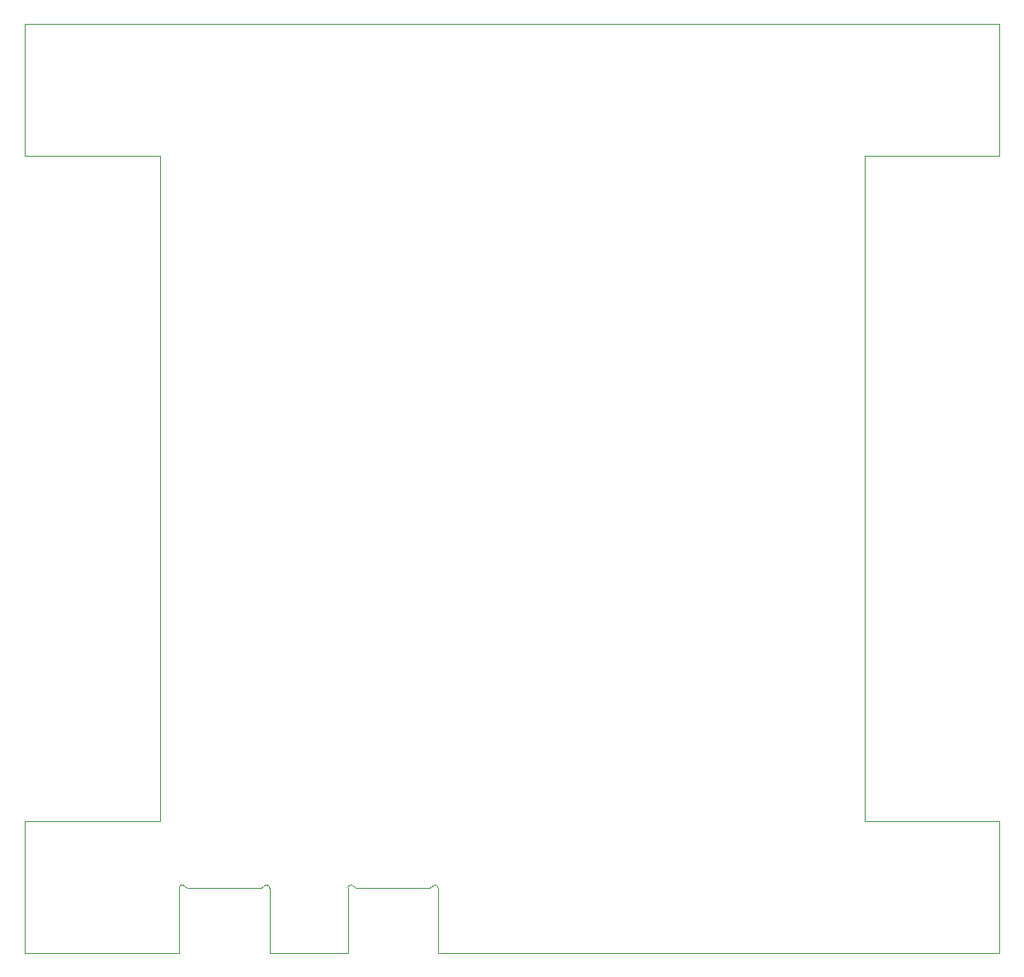
<source format=gbr>
%TF.GenerationSoftware,KiCad,Pcbnew,(6.0.4-0)*%
%TF.CreationDate,2023-02-13T16:26:13-08:00*%
%TF.ProjectId,v2a-power-board-4,7632612d-706f-4776-9572-2d626f617264,rev?*%
%TF.SameCoordinates,Original*%
%TF.FileFunction,Profile,NP*%
%FSLAX46Y46*%
G04 Gerber Fmt 4.6, Leading zero omitted, Abs format (unit mm)*
G04 Created by KiCad (PCBNEW (6.0.4-0)) date 2023-02-13 16:26:13*
%MOMM*%
%LPD*%
G01*
G04 APERTURE LIST*
%TA.AperFunction,Profile*%
%ADD10C,0.100000*%
%TD*%
%TA.AperFunction,Profile*%
%ADD11C,0.010000*%
%TD*%
G04 APERTURE END LIST*
D10*
X148400000Y-48975000D02*
X162250000Y-48975000D01*
X76100000Y-117342500D02*
X62250000Y-117342500D01*
X78105000Y-130892500D02*
X62250000Y-130892500D01*
X76100000Y-48975000D02*
X62250000Y-48975000D01*
X148400000Y-35425000D02*
X76100000Y-35425000D01*
X148400000Y-48975000D02*
X148400000Y-48975000D01*
X162250000Y-118017500D02*
X162250000Y-117342500D01*
X162250000Y-36100000D02*
X162250000Y-35425000D01*
X148400000Y-35425000D02*
X162250000Y-35425000D01*
X148400000Y-48975000D02*
X148400000Y-48975000D01*
X62250000Y-48300000D02*
X62250000Y-48975000D01*
X62250000Y-117342500D02*
X62250000Y-130217500D01*
X62250000Y-130217500D02*
X62250000Y-130892500D01*
X162250000Y-48975000D02*
X162250000Y-36100000D01*
X148400000Y-130892500D02*
X162250000Y-130892500D01*
X104645000Y-130892500D02*
X148400000Y-130892500D01*
X76100000Y-48975000D02*
X76100000Y-117350000D01*
X148400000Y-117342500D02*
X162250000Y-117342500D01*
X76100000Y-35425000D02*
X62250000Y-35425000D01*
X162250000Y-130892500D02*
X162250000Y-118017500D01*
X87345000Y-130892500D02*
X95405000Y-130892500D01*
X62250000Y-35425000D02*
X62250000Y-48300000D01*
X148400000Y-117350000D02*
X148400000Y-48975000D01*
D11*
%TO.C,J1*%
X87345000Y-130892500D02*
X87345000Y-124192500D01*
X78105000Y-130892500D02*
X78105000Y-124192500D01*
X78924620Y-124192500D02*
X86525380Y-124192500D01*
X78664808Y-124042500D02*
G75*
G03*
X78105000Y-124192500I-259808J-149999D01*
G01*
X87345002Y-124192499D02*
G75*
G03*
X86785190Y-124042500I-300002J-1D01*
G01*
X86525380Y-124192485D02*
G75*
G03*
X86785190Y-124042500I20J299985D01*
G01*
X78664809Y-124042500D02*
G75*
G03*
X78924620Y-124192500I259806J149997D01*
G01*
%TO.C,J2*%
X104645000Y-130892500D02*
X104645000Y-124192500D01*
X96224620Y-124192500D02*
X103825380Y-124192500D01*
X95405000Y-130892500D02*
X95405000Y-124192500D01*
X104645002Y-124192499D02*
G75*
G03*
X104085190Y-124042500I-300002J-1D01*
G01*
X95964808Y-124042500D02*
G75*
G03*
X95405000Y-124192500I-259808J-149999D01*
G01*
X95964809Y-124042500D02*
G75*
G03*
X96224620Y-124192500I259806J149997D01*
G01*
X103825380Y-124192485D02*
G75*
G03*
X104085190Y-124042500I20J299985D01*
G01*
%TD*%
M02*

</source>
